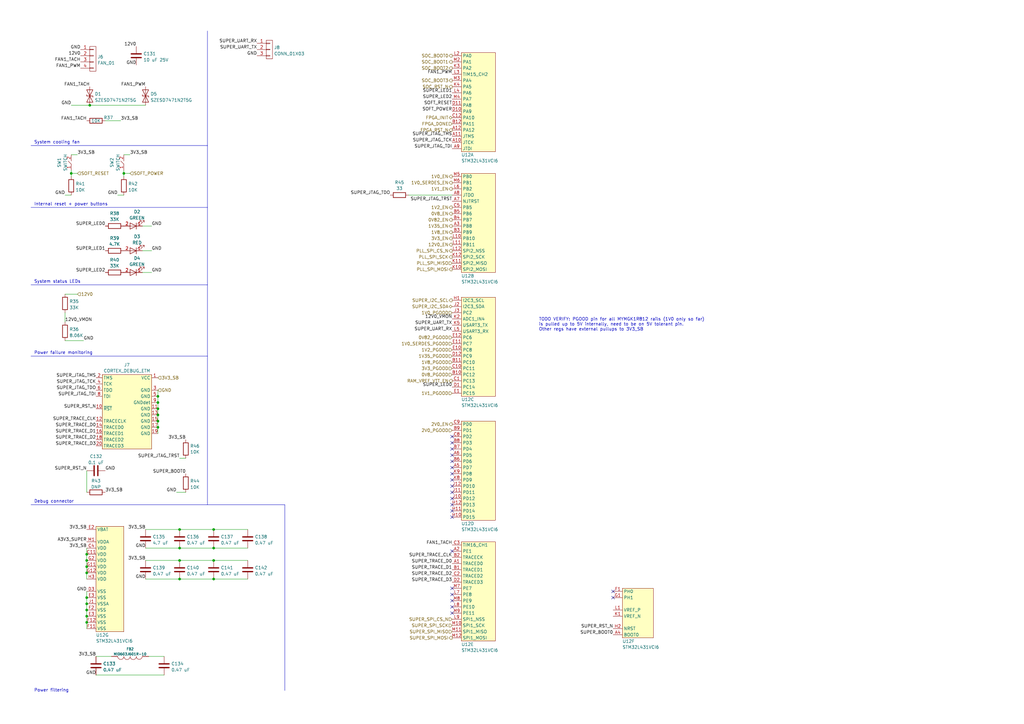
<source format=kicad_sch>
(kicad_sch (version 20231120) (generator "eeschema") (generator_version "8.0")
  (paper "A3")
  (title_block (title "AYRTON Main Board") (date "2024-11-21") (rev "0.1") (company "Antikernel Labs") (comment 1 "Andrew D. Zonenberg") (comment 2 "Power / Reset Supervisor"))
  (lib_symbols
    (symbol "conn:CONN_01X03" (pin_names (offset 1.016) hide)
      (property "Reference" "J" (at 0 5.08 0))
      (property "Value" "CONN_01X03" (at 2.54 0 90))
      (symbol "CONN_01X03_0_1"
        (rectangle (start -1.27 -2.413) (end 0.254 -2.667))
        (rectangle (start -1.27 0.127) (end 0.254 -0.127))
        (rectangle (start -1.27 2.667) (end 0.254 2.413))
        (rectangle (start -1.27 3.81) (end 1.27 -3.81))
      )
      (symbol "CONN_01X03_1_1"
        (pin passive line (at -5.08 2.54 0) (length 3.81) (name "P1") (number "1"))
        (pin passive line (at -5.08 0 0) (length 3.81) (name "P2") (number "2"))
        (pin passive line (at -5.08 -2.54 0) (length 3.81) (name "P3") (number "3"))
      )
    )
    (symbol "conn:CONN_01X04" (pin_names (offset 1.016) hide)
      (property "Reference" "J" (at 0 6.35 0))
      (property "Value" "CONN_01X04" (at 2.54 0 90))
      (symbol "CONN_01X04_0_1"
        (rectangle (start -1.27 -3.683) (end 0.254 -3.937))
        (rectangle (start -1.27 -1.143) (end 0.254 -1.397))
        (rectangle (start -1.27 1.397) (end 0.254 1.143))
        (rectangle (start -1.27 3.937) (end 0.254 3.683))
        (rectangle (start -1.27 5.08) (end 1.27 -5.08))
      )
      (symbol "CONN_01X04_1_1"
        (pin passive line (at -5.08 3.81 0) (length 3.81) (name "P1") (number "1"))
        (pin passive line (at -5.08 1.27 0) (length 3.81) (name "P2") (number "2"))
        (pin passive line (at -5.08 -1.27 0) (length 3.81) (name "P3") (number "3"))
        (pin passive line (at -5.08 -3.81 0) (length 3.81) (name "P4") (number "4"))
      )
    )
    (symbol "device:C" (pin_numbers hide) (pin_names (offset 0.254))
      (property "Reference" "C" (at 0.635 2.54 0))
      (property "Value" "C" (at 0.635 -2.54 0))
      (symbol "C_0_1"
        (polyline (pts (xy -2.032 -0.762) (xy 2.032 -0.762)) (stroke (width 0.508)))
        (polyline (pts (xy -2.032 0.762) (xy 2.032 0.762)) (stroke (width 0.508)))
      )
      (symbol "C_1_1"
        (pin passive line (at 0 3.81 270) (length 2.794) (name "~") (number "1"))
        (pin passive line (at 0 -3.81 90) (length 2.794) (name "~") (number "2"))
      )
    )
    (symbol "device:D_TVS" (pin_numbers hide) (pin_names (offset 1.016) hide)
      (property "Reference" "D" (at 0 2.54 0))
      (property "Value" "D_TVS" (at 0 -2.54 0))
      (symbol "D_TVS_0_1"
        (polyline (pts (xy 1.27 0) (xy -1.27 0)))
        (polyline (pts (xy -2.54 -1.27) (xy 0 0) (xy -2.54 1.27) (xy -2.54 -1.27)) (stroke (width 0.2032)))
        (polyline (pts (xy 0.508 1.27) (xy 0 1.27) (xy 0 -1.27) (xy -0.508 -1.27)) (stroke (width 0.2032)))
        (polyline (pts (xy 2.54 1.27) (xy 2.54 -1.27) (xy 0 0) (xy 2.54 1.27)) (stroke (width 0.2032)))
      )
      (symbol "D_TVS_1_1"
        (pin passive line (at -3.81 0 0) (length 2.54) (name "A1") (number "1"))
        (pin passive line (at 3.81 0 180) (length 2.54) (name "A2") (number "2"))
      )
    )
    (symbol "device:LED" (pin_names (offset 1.016) hide)
      (property "Reference" "D" (at 0 2.54 0))
      (property "Value" "LED" (at 0 -2.54 0))
      (symbol "LED_0_1"
        (polyline (pts (xy -1.27 -1.27) (xy -1.27 1.27)) (stroke (width 0.2032)))
        (polyline (pts (xy -1.27 0) (xy 1.27 0)))
        (polyline (pts (xy 1.27 -1.27) (xy 1.27 1.27) (xy -1.27 0) (xy 1.27 -1.27)) (stroke (width 0.2032)))
        (polyline (pts (xy -3.048 -0.762) (xy -4.572 -2.286) (xy -3.81 -2.286) (xy -4.572 -2.286) (xy -4.572 -1.524)))
        (polyline (pts (xy -1.778 -0.762) (xy -3.302 -2.286) (xy -2.54 -2.286) (xy -3.302 -2.286) (xy -3.302 -1.524)))
      )
      (symbol "LED_1_1"
        (pin passive line (at -3.81 0 0) (length 2.54) (name "K") (number "1"))
        (pin passive line (at 3.81 0 180) (length 2.54) (name "A") (number "2"))
      )
    )
    (symbol "device:R" (pin_numbers hide) (pin_names (offset 0))
      (property "Reference" "R" (at 2.032 0 90))
      (property "Value" "R" (at 0 0 90))
      (symbol "R_0_1"
        (rectangle (start -1.016 -2.54) (end 1.016 2.54) (stroke (width 0.254)))
      )
      (symbol "R_1_1"
        (pin passive line (at 0 3.81 270) (length 1.27) (name "~") (number "1"))
        (pin passive line (at 0 -3.81 90) (length 1.27) (name "~") (number "2"))
      )
    )
    (symbol "passive-azonenberg:INDUCTOR_PWROUT" (pin_numbers hide) (pin_names (offset 1.016) hide)
      (property "Reference" "L" (at -1.27 0 90))
      (property "Value" "INDUCTOR_PWROUT" (at 2.54 0 90))
      (symbol "INDUCTOR_PWROUT_0_1"
        (arc (start 0.0254 -5.0546) (mid 1.245 -3.7973) (end 0.0254 -2.54))
        (arc (start 0.0254 -2.5146) (mid 1.2704 -1.2319) (end 0.0254 0.0508))
        (arc (start 0.0254 0.0254) (mid 1.2704 1.3081) (end 0.0254 2.5908))
        (arc (start 0.0254 2.5654) (mid 1.1942 3.7719) (end 0.0254 4.9784))
      )
      (symbol "INDUCTOR_PWROUT_1_1"
        (pin power_out line (at 0 7.62 270) (length 2.54) (name "1") (number "1"))
        (pin passive line (at 0 -7.62 90) (length 2.54) (name "2") (number "2"))
      )
    )
    (symbol "passive-azonenberg:SWITCH"
      (property "Reference" "SW" (at 0 -1.27 0))
      (property "Value" "SWITCH" (at 0 -3.81 0))
      (symbol "SWITCH_0_1"
        (polyline (pts (xy 0 0) (xy 1.27 1.27)) (stroke (width 0.1524)))
      )
      (symbol "SWITCH_1_1"
        (pin passive line (at -2.54 0 0) (length 2.54) (name "") (number "1"))
        (pin passive line (at 3.81 0 180) (length 2.54) (name "") (number "2"))
      )
    )
    (symbol "special-azonenberg:CORTEX_DEBUG_ETM"
      (property "Reference" "J" (at 0 -2.286 0))
      (property "Value" "CORTEX_DEBUG_ETM" (at -0.508 -4.826 0))
      (symbol "CORTEX_DEBUG_ETM_1_1"
        (rectangle (start 0 30.48) (end 20.32 0) (fill (type background)))
        (pin power_in line (at 22.86 29.21 180) (length 2.54) (name "VCC") (number "1"))
        (pin output line (at -2.54 16.51 0) (length 2.54) (name "~{RST}") (number "10"))
        (pin power_in line (at 22.86 16.51 180) (length 2.54) (name "GND") (number "11"))
        (pin input line (at -2.54 11.43 0) (length 2.54) (name "TRACECLK") (number "12"))
        (pin power_in line (at 22.86 13.97 180) (length 2.54) (name "GND") (number "13"))
        (pin input line (at -2.54 8.89 0) (length 2.54) (name "TRACED0") (number "14"))
        (pin power_in line (at 22.86 11.43 180) (length 2.54) (name "GND") (number "15"))
        (pin input line (at -2.54 6.35 0) (length 2.54) (name "TRACED1") (number "16"))
        (pin power_in line (at 22.86 8.89 180) (length 2.54) (name "GND") (number "17"))
        (pin input line (at -2.54 3.81 0) (length 2.54) (name "TRACED2") (number "18"))
        (pin power_in line (at 22.86 6.35 180) (length 2.54) (name "GND") (number "19"))
        (pin output line (at -2.54 29.21 0) (length 2.54) (name "TMS") (number "2"))
        (pin input line (at -2.54 1.27 0) (length 2.54) (name "TRACED3") (number "20"))
        (pin power_in line (at 22.86 24.13 180) (length 2.54) (name "GND") (number "3"))
        (pin output line (at -2.54 26.67 0) (length 2.54) (name "TCK") (number "4"))
        (pin power_in line (at 22.86 21.59 180) (length 2.54) (name "GND") (number "5"))
        (pin input line (at -2.54 24.13 0) (length 2.54) (name "TDO") (number "6"))
        (pin output line (at -2.54 21.59 0) (length 2.54) (name "TDI") (number "8"))
        (pin power_in line (at 22.86 19.05 180) (length 2.54) (name "GNDdet") (number "9"))
      )
    )
    (symbol "st-azonenberg:STM32L431VxIx"
      (property "Reference" "U" (at 0 -1.27 0))
      (property "Value" "STM32L431VxIx" (at 0 -3.81 0))
      (symbol "STM32L431VxIx_1_1"
        (rectangle (start 0 40.64) (end 13.97 0) (stroke (width 0.1524)) (fill (type background)))
        (pin bidirectional line (at -3.81 3.81 0) (length 3.81) (name "PA14") (number "A10") (alternate "JTCK" input line))
        (pin bidirectional line (at -3.81 6.35 0) (length 3.81) (name "PA13") (number "A11") (alternate "JTMS" input line))
        (pin bidirectional line (at -3.81 8.89 0) (length 3.81) (name "PA12") (number "A12") (alternate "SPI1_MOSI" bidirectional line))
        (pin bidirectional line (at -3.81 1.27 0) (length 3.81) (name "PA15") (number "A9") (alternate "JTDI" input line) (alternate "SPI1_NSS" bidirectional line))
        (pin bidirectional line (at -3.81 11.43 0) (length 3.81) (name "PA11") (number "B12") (alternate "SPI1_MISO" bidirectional line))
        (pin bidirectional line (at -3.81 13.97 0) (length 3.81) (name "PA10") (number "C12"))
        (pin bidirectional line (at -3.81 16.51 0) (length 3.81) (name "PA9") (number "D10"))
        (pin bidirectional line (at -3.81 19.05 0) (length 3.81) (name "PA8") (number "D11"))
        (pin bidirectional line (at -3.81 34.29 0) (length 3.81) (name "PA2") (number "K3"))
        (pin bidirectional line (at -3.81 26.67 0) (length 3.81) (name "PA5") (number "K4") (alternate "SPI1_SCK" bidirectional line))
        (pin bidirectional line (at -3.81 39.37 0) (length 3.81) (name "PA0") (number "L2"))
        (pin bidirectional line (at -3.81 31.75 0) (length 3.81) (name "PA3") (number "L3") (alternate "TIM15_CH2" bidirectional line))
        (pin bidirectional line (at -3.81 24.13 0) (length 3.81) (name "PA6") (number "L4") (alternate "SPI1_MISO" bidirectional line) (alternate "TIM16_CH1" bidirectional line))
        (pin bidirectional line (at -3.81 36.83 0) (length 3.81) (name "PA1") (number "M2") (alternate "SPI1_SCK" bidirectional line))
        (pin bidirectional line (at -3.81 29.21 0) (length 3.81) (name "PA4") (number "M3") (alternate "SPI1_NSS" bidirectional line))
        (pin bidirectional line (at -3.81 21.59 0) (length 3.81) (name "PA7") (number "M4") (alternate "I2C3_SCL" bidirectional line) (alternate "SPI1_MOSI" bidirectional line))
      )
      (symbol "STM32L431VxIx_2_1"
        (rectangle (start 0 40.64) (end 13.97 0) (stroke (width 0.1524)) (fill (type background)))
        (pin bidirectional line (at -3.81 19.05 0) (length 3.81) (name "PB8") (number "A3") (alternate "TIM16_CH1" bidirectional line))
        (pin bidirectional line (at -3.81 29.21 0) (length 3.81) (name "PB4") (number "A7") (alternate "I2C3_SDA" bidirectional line) (alternate "NJTRST" input line) (alternate "SPI1_MISO" bidirectional line))
        (pin bidirectional line (at -3.81 31.75 0) (length 3.81) (name "PB3") (number "A8") (alternate "JTDO" output line) (alternate "SPI1_SCK" bidirectional line))
        (pin bidirectional line (at -3.81 16.51 0) (length 3.81) (name "PB9") (number "B3") (alternate "SPI2_NSS" bidirectional line))
        (pin bidirectional line (at -3.81 21.59 0) (length 3.81) (name "PB7") (number "B4"))
        (pin bidirectional line (at -3.81 24.13 0) (length 3.81) (name "PB6") (number "B5"))
        (pin bidirectional line (at -3.81 26.67 0) (length 3.81) (name "PB5") (number "C5") (alternate "SPI1_MOSI" bidirectional line))
        (pin bidirectional line (at -3.81 1.27 0) (length 3.81) (name "PB15") (number "K10") (alternate "SPI2_MOSI" bidirectional line) (alternate "TIM15_CH2" bidirectional line))
        (pin bidirectional line (at -3.81 3.81 0) (length 3.81) (name "PB14") (number "K11") (alternate "SPI2_MISO" bidirectional line))
        (pin bidirectional line (at -3.81 6.35 0) (length 3.81) (name "PB13") (number "K12") (alternate "SPI2_SCK" bidirectional line))
        (pin bidirectional line (at -3.81 13.97 0) (length 3.81) (name "PB10") (number "L10") (alternate "SPI2_SCK" bidirectional line) (alternate "USART3_TX" output line))
        (pin bidirectional line (at -3.81 11.43 0) (length 3.81) (name "PB11") (number "L11") (alternate "USART3_RX" input line))
        (pin bidirectional line (at -3.81 8.89 0) (length 3.81) (name "PB12") (number "L12") (alternate "SPI2_NSS" bidirectional line))
        (pin bidirectional line (at -3.81 34.29 0) (length 3.81) (name "PB2") (number "L6"))
        (pin bidirectional line (at -3.81 39.37 0) (length 3.81) (name "PB0") (number "M5") (alternate "SPI1_NSS" bidirectional line))
        (pin bidirectional line (at -3.81 36.83 0) (length 3.81) (name "PB1") (number "M6"))
      )
      (symbol "STM32L431VxIx_3_1"
        (rectangle (start 0 40.64) (end 13.97 0) (stroke (width 0.1524)) (fill (type background)))
        (pin bidirectional line (at -3.81 8.89 0) (length 3.81) (name "PC12") (number "B10"))
        (pin bidirectional line (at -3.81 13.97 0) (length 3.81) (name "PC10") (number "B11") (alternate "USART3_TX" output line))
        (pin bidirectional line (at -3.81 6.35 0) (length 3.81) (name "PC13") (number "C1"))
        (pin bidirectional line (at -3.81 11.43 0) (length 3.81) (name "PC11") (number "C10") (alternate "USART3_RX" input line))
        (pin bidirectional line (at -3.81 3.81 0) (length 3.81) (name "PC14") (number "D1"))
        (pin bidirectional line (at -3.81 16.51 0) (length 3.81) (name "PC9") (number "D12"))
        (pin bidirectional line (at -3.81 1.27 0) (length 3.81) (name "PC15") (number "E1"))
        (pin bidirectional line (at -3.81 19.05 0) (length 3.81) (name "PC8") (number "E10"))
        (pin bidirectional line (at -3.81 21.59 0) (length 3.81) (name "PC7") (number "E11"))
        (pin bidirectional line (at -3.81 24.13 0) (length 3.81) (name "PC6") (number "E12"))
        (pin bidirectional line (at -3.81 39.37 0) (length 3.81) (name "PC0") (number "H1") (alternate "I2C3_SCL" bidirectional line))
        (pin bidirectional line (at -3.81 36.83 0) (length 3.81) (name "PC1") (number "J2") (alternate "I2C3_SDA" bidirectional line))
        (pin bidirectional line (at -3.81 34.29 0) (length 3.81) (name "PC2") (number "J3") (alternate "SPI2_MISO" bidirectional line))
        (pin bidirectional line (at -3.81 31.75 0) (length 3.81) (name "PC3") (number "K2") (alternate "ADC1_IN4" input line) (alternate "SPI2_MOSI" bidirectional line))
        (pin bidirectional line (at -3.81 29.21 0) (length 3.81) (name "PC4") (number "K5") (alternate "USART3_TX" output line))
        (pin bidirectional line (at -3.81 26.67 0) (length 3.81) (name "PC5") (number "L5") (alternate "USART3_RX" input line))
      )
      (symbol "STM32L431VxIx_4_1"
        (rectangle (start 0 40.64) (end 13.97 0) (stroke (width 0.1524)) (fill (type background)))
        (pin bidirectional line (at -3.81 21.59 0) (length 3.81) (name "PD7") (number "A5"))
        (pin bidirectional line (at -3.81 26.67 0) (length 3.81) (name "PD5") (number "A6"))
        (pin bidirectional line (at -3.81 24.13 0) (length 3.81) (name "PD6") (number "B6"))
        (pin bidirectional line (at -3.81 29.21 0) (length 3.81) (name "PD4") (number "B7") (alternate "SPI2_MOSI" bidirectional line))
        (pin bidirectional line (at -3.81 31.75 0) (length 3.81) (name "PD3") (number "B8") (alternate "SPI2_MISO" bidirectional line))
        (pin bidirectional line (at -3.81 36.83 0) (length 3.81) (name "PD1") (number "B9") (alternate "SPI2_SCK" bidirectional line))
        (pin bidirectional line (at -3.81 34.29 0) (length 3.81) (name "PD2") (number "C8"))
        (pin bidirectional line (at -3.81 39.37 0) (length 3.81) (name "PD0") (number "C9") (alternate "SPI2_NSS" bidirectional line))
        (pin bidirectional line (at -3.81 1.27 0) (length 3.81) (name "PD15") (number "H10"))
        (pin bidirectional line (at -3.81 3.81 0) (length 3.81) (name "PD14") (number "H11"))
        (pin bidirectional line (at -3.81 6.35 0) (length 3.81) (name "PD13") (number "H12"))
        (pin bidirectional line (at -3.81 8.89 0) (length 3.81) (name "PD12") (number "J10"))
        (pin bidirectional line (at -3.81 11.43 0) (length 3.81) (name "PD11") (number "J11"))
        (pin bidirectional line (at -3.81 13.97 0) (length 3.81) (name "PD10") (number "J12"))
        (pin bidirectional line (at -3.81 16.51 0) (length 3.81) (name "PD9") (number "K8") (alternate "USART3_RX" input line))
        (pin bidirectional line (at -3.81 19.05 0) (length 3.81) (name "PD8") (number "K9") (alternate "USART3_TX" output line))
      )
      (symbol "STM32L431VxIx_5_1"
        (rectangle (start 0 40.64) (end 13.97 0) (stroke (width 0.1524)) (fill (type background)))
        (pin bidirectional line (at -3.81 31.75 0) (length 3.81) (name "PE3") (number "A1") (alternate "TRACED0" bidirectional line))
        (pin bidirectional line (at -3.81 36.83 0) (length 3.81) (name "PE1") (number "A2"))
        (pin bidirectional line (at -3.81 29.21 0) (length 3.81) (name "PE4") (number "B1") (alternate "TRACED1" bidirectional line))
        (pin bidirectional line (at -3.81 34.29 0) (length 3.81) (name "PE2") (number "B2") (alternate "TRACECK" input line))
        (pin bidirectional line (at -3.81 26.67 0) (length 3.81) (name "PE5") (number "C2") (alternate "TRACED2" bidirectional line))
        (pin bidirectional line (at -3.81 39.37 0) (length 3.81) (name "PE0") (number "C3") (alternate "TIM16_CH1" bidirectional line))
        (pin bidirectional line (at -3.81 24.13 0) (length 3.81) (name "PE6") (number "D2") (alternate "TRACED3" bidirectional line))
        (pin bidirectional line (at -3.81 19.05 0) (length 3.81) (name "PE8") (number "L7"))
        (pin bidirectional line (at -3.81 13.97 0) (length 3.81) (name "PE10") (number "L8"))
        (pin bidirectional line (at -3.81 8.89 0) (length 3.81) (name "PE12") (number "L9") (alternate "SPI1_NSS" bidirectional line))
        (pin bidirectional line (at -3.81 6.35 0) (length 3.81) (name "PE13") (number "M10") (alternate "SPI1_SCK" bidirectional line))
        (pin bidirectional line (at -3.81 3.81 0) (length 3.81) (name "PE14") (number "M11") (alternate "SPI1_MISO" bidirectional line))
        (pin bidirectional line (at -3.81 1.27 0) (length 3.81) (name "PE15") (number "M12") (alternate "SPI1_MOSI" bidirectional line))
        (pin bidirectional line (at -3.81 21.59 0) (length 3.81) (name "PE7") (number "M7"))
        (pin bidirectional line (at -3.81 16.51 0) (length 3.81) (name "PE9") (number "M8"))
        (pin bidirectional line (at -3.81 11.43 0) (length 3.81) (name "PE11") (number "M9"))
      )
      (symbol "STM32L431VxIx_6_1"
        (rectangle (start 0 20.32) (end 12.7 0) (stroke (width 0.1524)) (fill (type background)))
        (pin input line (at -3.81 1.27 0) (length 3.81) (name "BOOT0") (number "A4"))
        (pin bidirectional line (at -3.81 19.05 0) (length 3.81) (name "PH0") (number "F1"))
        (pin bidirectional line (at -3.81 16.51 0) (length 3.81) (name "PH1") (number "G1"))
        (pin input line (at -3.81 3.81 0) (length 3.81) (name "NRST") (number "H2"))
        (pin input line (at -3.81 8.89 0) (length 3.81) (name "VREF_N") (number "K1"))
        (pin input line (at -3.81 11.43 0) (length 3.81) (name "VREF_P") (number "L1"))
      )
      (symbol "STM32L431VxIx_7_1"
        (rectangle (start 0 43.18) (end 11.43 0) (stroke (width 0.1524)) (fill (type background)))
        (pin power_in line (at -3.81 31.75 0) (length 3.81) (name "VDD") (number "C11"))
        (pin power_in line (at -3.81 34.29 0) (length 3.81) (name "VDD") (number "C4"))
        (pin power_in line (at -3.81 16.51 0) (length 3.81) (name "VSS") (number "D3"))
        (pin power_in line (at -3.81 41.91 0) (length 3.81) (name "VBAT") (number "E2"))
        (pin power_in line (at -3.81 6.35 0) (length 3.81) (name "VSS") (number "E3"))
        (pin power_in line (at -3.81 13.97 0) (length 3.81) (name "VSS") (number "E3"))
        (pin power_in line (at -3.81 1.27 0) (length 3.81) (name "VSS") (number "F11"))
        (pin power_in line (at -3.81 3.81 0) (length 3.81) (name "VSS") (number "F12"))
        (pin power_in line (at -3.81 8.89 0) (length 3.81) (name "VSS") (number "F2"))
        (pin power_in line (at -3.81 26.67 0) (length 3.81) (name "VDD") (number "G11"))
        (pin power_in line (at -3.81 24.13 0) (length 3.81) (name "VDD") (number "G12"))
        (pin power_in line (at -3.81 29.21 0) (length 3.81) (name "VDD") (number "G2"))
        (pin power_in line (at -3.81 21.59 0) (length 3.81) (name "VDD") (number "H3"))
        (pin power_in line (at -3.81 11.43 0) (length 3.81) (name "VSSA") (number "J1"))
        (pin power_in line (at -3.81 36.83 0) (length 3.81) (name "VDDA") (number "M1"))
      )
    )
  )
  (junction (at 35.56 232.41))
  (junction (at 35.56 247.65))
  (junction (at 64.77 175.26))
  (junction (at 64.77 162.56))
  (junction (at 73.66 217.17))
  (junction (at 35.56 234.95))
  (junction (at 87.63 217.17))
  (junction (at 50.8 71.12))
  (junction (at 87.63 229.87))
  (junction (at 73.66 237.49))
  (junction (at 73.66 224.79))
  (junction (at 64.77 170.18))
  (junction (at 64.77 165.1))
  (junction (at 64.77 172.72))
  (junction (at 64.77 167.64))
  (junction (at 35.56 245.11))
  (junction (at 35.56 227.33))
  (junction (at 73.66 229.87))
  (junction (at 87.63 237.49))
  (junction (at 35.56 229.87))
  (junction (at 35.56 252.73))
  (junction (at 87.63 224.79))
  (junction (at 36.83 43.18))
  (junction (at 35.56 255.27))
  (junction (at 29.21 71.12))
  (junction (at 35.56 250.19))
  (no_connect (at 185.42 181.61))
  (no_connect (at 185.42 246.38))
  (no_connect (at 185.42 251.46))
  (no_connect (at 185.42 243.84))
  (no_connect (at 251.46 245.11))
  (no_connect (at 185.42 179.07))
  (no_connect (at 185.42 248.92))
  (no_connect (at 185.42 196.85))
  (no_connect (at 185.42 201.93))
  (no_connect (at 185.42 241.3))
  (no_connect (at 185.42 194.31))
  (no_connect (at 185.42 199.39))
  (no_connect (at 251.46 242.57))
  (no_connect (at 185.42 226.06))
  (no_connect (at 185.42 212.09))
  (no_connect (at 185.42 207.01))
  (no_connect (at 185.42 204.47))
  (no_connect (at 185.42 186.69))
  (no_connect (at 185.42 191.77))
  (no_connect (at 185.42 189.23))
  (no_connect (at 185.42 209.55))
  (no_connect (at 185.42 184.15))
  (wire (pts (xy 59.69 217.17) (xy 73.66 217.17)))
  (wire (pts (xy 73.66 187.96) (xy 76.2 187.96)))
  (wire (pts (xy 64.77 165.1) (xy 64.77 167.64)))
  (wire (pts (xy 50.8 71.12) (xy 53.34 71.12)))
  (polyline (pts (xy 85.09 85.09) (xy 85.09 116.84)))
  (polyline (pts (xy 12.7 116.84) (xy 85.09 116.84)))
  (polyline (pts (xy 85.09 116.84) (xy 85.09 146.05)))
  (wire (pts (xy 36.83 43.18) (xy 59.69 43.18)))
  (wire (pts (xy 73.66 229.87) (xy 87.63 229.87)))
  (wire (pts (xy 73.66 237.49) (xy 87.63 237.49)))
  (wire (pts (xy 35.56 250.19) (xy 35.56 252.73)))
  (wire (pts (xy 72.39 201.93) (xy 76.2 201.93)))
  (wire (pts (xy 35.56 224.79) (xy 35.56 227.33)))
  (wire (pts (xy 58.42 92.71) (xy 62.23 92.71)))
  (polyline (pts (xy 85.09 59.69) (xy 85.09 85.09)))
  (polyline (pts (xy 116.84 207.01) (xy 116.84 283.21)))
  (wire (pts (xy 26.67 80.01) (xy 29.21 80.01)))
  (wire (pts (xy 43.18 49.53) (xy 49.53 49.53)))
  (wire (pts (xy 87.63 224.79) (xy 101.6 224.79)))
  (wire (pts (xy 87.63 229.87) (xy 101.6 229.87)))
  (polyline (pts (xy 85.09 146.05) (xy 85.09 207.01)))
  (wire (pts (xy 58.42 102.87) (xy 62.23 102.87)))
  (wire (pts (xy 73.66 224.79) (xy 87.63 224.79)))
  (polyline (pts (xy 12.7 59.69) (xy 85.09 59.69)))
  (wire (pts (xy 29.21 43.18) (xy 36.83 43.18)))
  (wire (pts (xy 35.56 229.87) (xy 35.56 232.41)))
  (wire (pts (xy 35.56 255.27) (xy 35.56 257.81)))
  (polyline (pts (xy 85.09 12.7) (xy 85.09 59.69)))
  (wire (pts (xy 64.77 160.02) (xy 64.77 162.56)))
  (wire (pts (xy 50.8 63.5) (xy 53.34 63.5)))
  (wire (pts (xy 59.69 229.87) (xy 73.66 229.87)))
  (wire (pts (xy 60.96 269.24) (xy 67.31 269.24)))
  (wire (pts (xy 64.77 170.18) (xy 64.77 172.72)))
  (wire (pts (xy 87.63 217.17) (xy 101.6 217.17)))
  (wire (pts (xy 29.21 69.85) (xy 29.21 71.12)))
  (wire (pts (xy 26.67 128.27) (xy 26.67 132.08)))
  (wire (pts (xy 35.56 232.41) (xy 35.56 234.95)))
  (wire (pts (xy 29.21 71.12) (xy 31.75 71.12)))
  (polyline (pts (xy 12.7 146.05) (xy 85.09 146.05)))
  (wire (pts (xy 48.26 80.01) (xy 50.8 80.01)))
  (wire (pts (xy 26.67 139.7) (xy 34.29 139.7)))
  (wire (pts (xy 35.56 247.65) (xy 35.56 250.19)))
  (wire (pts (xy 59.69 224.79) (xy 73.66 224.79)))
  (wire (pts (xy 39.37 269.24) (xy 45.72 269.24)))
  (wire (pts (xy 50.8 69.85) (xy 50.8 71.12)))
  (wire (pts (xy 35.56 245.11) (xy 35.56 247.65)))
  (wire (pts (xy 50.8 71.12) (xy 50.8 72.39)))
  (wire (pts (xy 87.63 237.49) (xy 101.6 237.49)))
  (wire (pts (xy 35.56 252.73) (xy 35.56 255.27)))
  (wire (pts (xy 35.56 227.33) (xy 35.56 229.87)))
  (wire (pts (xy 64.77 172.72) (xy 64.77 175.26)))
  (wire (pts (xy 58.42 111.76) (xy 62.23 111.76)))
  (wire (pts (xy 167.64 80.01) (xy 185.42 80.01)))
  (wire (pts (xy 35.56 242.57) (xy 35.56 245.11)))
  (polyline (pts (xy 12.7 85.09) (xy 85.09 85.09)))
  (wire (pts (xy 39.37 276.86) (xy 67.31 276.86)))
  (wire (pts (xy 64.77 175.26) (xy 64.77 177.8)))
  (polyline (pts (xy 85.09 207.01) (xy 116.84 207.01)))
  (wire (pts (xy 59.69 237.49) (xy 73.66 237.49)))
  (wire (pts (xy 64.77 162.56) (xy 64.77 165.1)))
  (wire (pts (xy 64.77 167.64) (xy 64.77 170.18)))
  (wire (pts (xy 26.67 120.65) (xy 31.75 120.65)))
  (wire (pts (xy 35.56 193.04) (xy 35.56 201.93)))
  (wire (pts (xy 73.66 217.17) (xy 87.63 217.17)))
  (wire (pts (xy 29.21 71.12) (xy 29.21 72.39)))
  (polyline (pts (xy 12.7 207.01) (xy 85.09 207.01)))
  (wire (pts (xy 29.21 63.5) (xy 31.75 63.5)))
  (wire (pts (xy 35.56 234.95) (xy 35.56 237.49)))
  (text "TODO VERIFY: PGOOD pin for all MYMGK1R812 rails (1V0 only so far)\nis pulled up to 5V internally, need to be on 5V tolerant pin.\nOther regs have external pullups to 3V3_SB" (at 220.98 135.89 0) (effects (font (size 1.27 1.27)) (justify left bottom)))
  (text "System status LEDs" (at 13.97 115.57 0) (effects (font (size 1.27 1.27)) (justify left)))
  (text "Power filtering" (at 13.97 283.21 0) (effects (font (size 1.27 1.27)) (justify left)))
  (text "Power failure monitoring" (at 13.97 144.78 0) (effects (font (size 1.27 1.27)) (justify left)))
  (text "Debug connector" (at 13.97 205.74 0) (effects (font (size 1.27 1.27)) (justify left)))
  (text "System cooling fan" (at 13.97 58.42 0) (effects (font (size 1.27 1.27)) (justify left)))
  (text "Internal reset + power buttons" (at 13.97 83.82 0) (effects (font (size 1.27 1.27)) (justify left)))
  (label "FAN1_TACH" (at 36.83 35.56 180))
  (label "SUPER_LED1" (at 43.18 102.87 180))
  (label "GND" (at 105.41 22.86 180))
  (label "GND" (at 62.23 111.76 0))
  (label "FAN1_TACH" (at 33.02 25.4 180))
  (label "SUPER_JTAG_TCK" (at 39.37 157.48 180))
  (label "SOFT_RESET" (at 185.42 43.18 180))
  (label "GND" (at 39.37 276.86 180))
  (label "SUPER_TRACE_CLK" (at 39.37 172.72 180))
  (label "GND" (at 43.18 193.04 0))
  (label "SUPER_RST_N" (at 39.37 167.64 180))
  (label "SUPER_TRACE_CLK" (at 185.42 228.6 180))
  (label "SUPER_JTAG_TDI" (at 185.42 60.96 180))
  (label "3V3_SB" (at 35.56 224.79 180))
  (label "SUPER_JTAG_TDO" (at 160.02 80.01 180))
  (label "FAN1_PWM" (at 185.42 30.48 180))
  (label "SUPER_JTAG_TRST" (at 185.42 82.55 180))
  (label "SUPER_BOOT0" (at 76.2 194.31 180))
  (label "12V0" (at 33.02 22.86 180))
  (label "SUPER_UART_RX" (at 105.41 17.78 180))
  (label "GND" (at 59.69 237.49 180))
  (label "FAN1_PWM" (at 59.69 35.56 180))
  (label "SUPER_TRACE_D0" (at 185.42 231.14 180))
  (label "SUPER_LED0" (at 43.18 92.71 180))
  (label "GND" (at 55.88 26.67 180))
  (label "GND" (at 62.23 92.71 0))
  (label "SUPER_JTAG_TMS" (at 185.42 55.88 180))
  (label "3V3_SB" (at 59.69 229.87 180))
  (label "GND" (at 34.29 139.7 0))
  (label "SOFT_POWER" (at 185.42 45.72 180))
  (label "3V3_SB" (at 39.37 269.24 180))
  (label "SUPER_TRACE_D2" (at 39.37 180.34 180))
  (label "3V3_SB" (at 49.53 49.53 0))
  (label "GND" (at 48.26 80.01 180))
  (label "FAN1_PWM" (at 33.02 27.94 180))
  (label "3V3_SB" (at 35.56 217.17 180))
  (label "SUPER_TRACE_D0" (at 39.37 175.26 180))
  (label "SUPER_TRACE_D2" (at 185.42 236.22 180))
  (label "SUPER_LED2" (at 185.42 40.64 180))
  (label "SUPER_TRACE_D1" (at 185.42 233.68 180))
  (label "3V3_SB" (at 31.75 63.5 0))
  (label "GND" (at 29.21 43.18 180))
  (label "GND" (at 72.39 201.93 180))
  (label "GND" (at 33.02 20.32 180))
  (label "SUPER_TRACE_D3" (at 185.42 238.76 180))
  (label "SUPER_JTAG_TRST" (at 73.66 187.96 180))
  (label "GND" (at 26.67 80.01 180))
  (label "A3V3_SUPER" (at 35.56 222.25 180))
  (label "SUPER_UART_TX" (at 105.41 20.32 180))
  (label "SUPER_RST_N" (at 35.56 193.04 180))
  (label "SUPER_RST_N" (at 251.46 257.81 180))
  (label "SUPER_LED1" (at 185.42 38.1 180))
  (label "SUPER_UART_RX" (at 185.42 135.89 180))
  (label "SUPER_LED0" (at 185.42 158.75 180))
  (label "SUPER_TRACE_D3" (at 39.37 182.88 180))
  (label "SUPER_JTAG_TMS" (at 39.37 154.94 180))
  (label "FAN1_TACH" (at 185.42 223.52 180))
  (label "SUPER_JTAG_TCK" (at 185.42 58.42 180))
  (label "SUPER_JTAG_TDO" (at 39.37 160.02 180))
  (label "12V0_VMON" (at 185.42 130.81 180))
  (label "SUPER_JTAG_TDI" (at 39.37 162.56 180))
  (label "GND" (at 35.56 242.57 180))
  (label "SUPER_BOOT0" (at 251.46 260.35 180))
  (label "3V3_SB" (at 76.2 180.34 180))
  (label "3V3_SB" (at 53.34 63.5 0))
  (label "12V0" (at 55.88 19.05 180))
  (label "GND" (at 59.69 224.79 180))
  (label "3V3_SB" (at 59.69 217.17 180))
  (label "SUPER_TRACE_D1" (at 39.37 177.8 180))
  (label "FAN1_TACH" (at 35.56 49.53 180))
  (label "GND" (at 62.23 102.87 0))
  (label "SUPER_LED2" (at 43.18 111.76 180))
  (label "SUPER_UART_TX" (at 185.42 133.35 180))
  (label "12V0_VMON" (at 26.67 132.08 0))
  (label "3V3_SB" (at 43.18 201.93 0))
  (hierarchical_label "PLL_SPI_CS_N" (shape output) (at 185.42 102.87 180))
  (hierarchical_label "FPGA_RST_N" (shape output) (at 185.42 53.34 180))
  (hierarchical_label "0V82_PGOOD" (shape input) (at 185.42 138.43 180))
  (hierarchical_label "1V1_EN" (shape output) (at 185.42 77.47 180))
  (hierarchical_label "1V8_PGOOD" (shape input) (at 185.42 148.59 180))
  (hierarchical_label "PLL_SPI_MISO" (shape input) (at 185.42 107.95 180))
  (hierarchical_label "GND" (shape input) (at 64.77 160.02 0))
  (hierarchical_label "SOC_BOOT0" (shape output) (at 185.42 22.86 180))
  (hierarchical_label "1V0_SERDES_PGOOD" (shape input) (at 185.42 140.97 180))
  (hierarchical_label "FPGA_DONE" (shape input) (at 185.42 50.8 180))
  (hierarchical_label "2V0_EN" (shape output) (at 185.42 173.99 180))
  (hierarchical_label "0V8_EN" (shape output) (at 185.42 87.63 180))
  (hierarchical_label "SOC_RST_N" (shape output) (at 185.42 35.56 180))
  (hierarchical_label "SOFT_RESET" (shape input) (at 31.75 71.12 0))
  (hierarchical_label "2V0_PGOOD" (shape input) (at 185.42 176.53 180))
  (hierarchical_label "SUPER_SPI_SCK" (shape input) (at 185.42 256.54 180))
  (hierarchical_label "1V2_EN" (shape output) (at 185.42 85.09 180))
  (hierarchical_label "SUPER_I2C_SCL" (shape output) (at 185.42 123.19 180))
  (hierarchical_label "1V1_PGOOD" (shape input) (at 185.42 161.29 180))
  (hierarchical_label "3V3_SB" (shape input) (at 64.77 154.94 0))
  (hierarchical_label "0V8_PGOOD" (shape input) (at 185.42 153.67 180))
  (hierarchical_label "SOC_BOOT3" (shape output) (at 185.42 33.02 180))
  (hierarchical_label "SOC_BOOT1" (shape output) (at 185.42 25.4 180))
  (hierarchical_label "FPGA_INIT" (shape bidirectional) (at 185.42 48.26 180))
  (hierarchical_label "12V0_EN" (shape output) (at 185.42 100.33 180))
  (hierarchical_label "3V3_PGOOD" (shape input) (at 185.42 151.13 180))
  (hierarchical_label "PLL_SPI_MOSI" (shape output) (at 185.42 110.49 180))
  (hierarchical_label "1V8_EN" (shape output) (at 185.42 95.25 180))
  (hierarchical_label "1V0_SERDES_EN" (shape output) (at 185.42 74.93 180))
  (hierarchical_label "1V0_PGOOD" (shape input) (at 185.42 128.27 180))
  (hierarchical_label "SUPER_SPI_MISO" (shape input) (at 185.42 259.08 180))
  (hierarchical_label "1V2_PGOOD" (shape input) (at 185.42 143.51 180))
  (hierarchical_label "SUPER_SPI_MOSI" (shape output) (at 185.42 261.62 180))
  (hierarchical_label "3V3_EN" (shape output) (at 185.42 97.79 180))
  (hierarchical_label "SOC_BOOT2" (shape output) (at 185.42 27.94 180))
  (hierarchical_label "1V35_EN" (shape output) (at 185.42 92.71 180))
  (hierarchical_label "SUPER_SPI_CS_N" (shape input) (at 185.42 254 180))
  (hierarchical_label "1V0_EN" (shape output) (at 185.42 72.39 180))
  (hierarchical_label "SUPER_I2C_SDA" (shape bidirectional) (at 185.42 125.73 180))
  (hierarchical_label "RAM_VREF_VTT_EN" (shape output) (at 185.42 156.21 180))
  (hierarchical_label "12V0" (shape input) (at 31.75 120.65 0))
  (hierarchical_label "0V82_EN" (shape output) (at 185.42 90.17 180))
  (hierarchical_label "1V35_PGOOD" (shape input) (at 185.42 146.05 180))
  (hierarchical_label "PLL_SPI_SCK" (shape output) (at 185.42 105.41 180))
  (hierarchical_label "SOFT_POWER" (shape input) (at 53.34 71.12 0))
  (symbol (lib_id "device:C") (at 67.31 273.05 0) (unit 1)
    (property "Reference" "C134" (at 70.231 272.2153 0) (effects (justify left)))
    (property "Value" "0.47 uF" (at 70.231 274.7522 0) (effects (justify left)))
    (property "Footprint" "azonenberg_pcb:EIA_0402_CAP_NOSILK" (effects (hide yes)))
  )
  (symbol (lib_id "device:D_TVS") (at 36.83 39.37 90) (unit 1)
    (property "Reference" "D1" (at 38.8366 38.5353 90) (effects (justify right)))
    (property "Value" "SZESD7471N2T5G" (at 38.8366 41.0722 90) (effects (justify right)))
    (property "Footprint" "azonenberg_pcb:SOD882" (effects (hide yes)))
    (property "Datasheet" "https://en.wikipedia.org/wiki/Transient-voltage-suppression_diode" (effects (hide yes)))
  )
  (symbol (lib_id "device:R") (at 76.2 184.15 0) (unit 1)
    (property "Reference" "R46" (at 77.978 182.9378 0) (effects (justify left)))
    (property "Value" "10K" (at 77.978 185.3621 0) (effects (justify left)))
    (property "Footprint" "azonenberg_pcb:EIA_0402_RES_NOSILK" (effects (hide yes)))
  )
  (symbol (lib_id "device:C") (at 87.63 220.98 0) (unit 1)
    (property "Reference" "C137" (at 90.551 220.1453 0) (effects (justify left)))
    (property "Value" "0.47 uF" (at 90.551 222.6822 0) (effects (justify left)))
    (property "Footprint" "azonenberg_pcb:EIA_0402_CAP_NOSILK" (effects (hide yes)))
  )
  (symbol (lib_id "device:R") (at 50.8 76.2 180) (unit 1)
    (property "Reference" "R42" (at 52.578 75.3653 0) (effects (justify right)))
    (property "Value" "10K" (at 52.578 77.9022 0) (effects (justify right)))
    (property "Footprint" "azonenberg_pcb:EIA_0402_RES_NOSILK" (effects (hide yes)))
  )
  (symbol (lib_id "device:R") (at 39.37 49.53 90) (unit 1)
    (property "Reference" "R37" (at 44.45 48.26 90))
    (property "Value" "10K" (at 39.37 49.53 90))
    (property "Footprint" "azonenberg_pcb:EIA_0402_RES_NOSILK" (effects (hide yes)))
  )
  (symbol (lib_name "st-azonenberg:STM32L431VxIx") (lib_id "st-azonenberg:STM32L431VxIx") (at 189.23 213.36 0) (unit 4)
    (property "Reference" "U12" (at 189.23 214.7457 0) (effects (justify left)))
    (property "Value" "STM32L431VCI6" (at 189.23 217.17 0) (effects (justify left)))
    (pin "A1" (alternate "TRACED0"))
    (pin "M12" (alternate "SPI1_MOSI"))
    (pin "B1" (alternate "TRACED1"))
    (pin "M11" (alternate "SPI1_MISO"))
    (pin "A7" (alternate "NJTRST"))
    (pin "L9" (alternate "SPI1_NSS"))
    (pin "C3" (alternate "TIM16_CH1"))
    (pin "C2" (alternate "TRACED2"))
    (pin "H1" (alternate "I2C3_SCL"))
    (pin "D2" (alternate "TRACED3"))
    (pin "L12" (alternate "SPI2_NSS"))
    (pin "K5" (alternate "USART3_TX"))
    (pin "K11" (alternate "SPI2_MISO"))
    (pin "K10" (alternate "SPI2_MOSI"))
    (pin "K12" (alternate "SPI2_SCK"))
    (pin "L3" (alternate "TIM15_CH2"))
    (pin "A11" (alternate "JTMS"))
    (pin "A8" (alternate "JTDO"))
    (pin "A9" (alternate "JTDI"))
    (pin "K2" (alternate "ADC1_IN4"))
    (pin "B2" (alternate "TRACECK"))
    (pin "J2" (alternate "I2C3_SDA"))
    (pin "A10" (alternate "JTCK"))
    (pin "M10" (alternate "SPI1_SCK"))
    (pin "L5" (alternate "USART3_RX"))
  )
  (symbol (lib_name "st-azonenberg:STM32L431VxIx") (lib_id "st-azonenberg:STM32L431VxIx") (at 189.23 111.76 0) (unit 2)
    (property "Reference" "U12" (at 189.23 113.1457 0) (effects (justify left)))
    (property "Value" "STM32L431VCI6" (at 189.23 115.57 0) (effects (justify left)))
    (pin "A1" (alternate "TRACED0"))
    (pin "M12" (alternate "SPI1_MOSI"))
    (pin "B1" (alternate "TRACED1"))
    (pin "M11" (alternate "SPI1_MISO"))
    (pin "A7" (alternate "NJTRST"))
    (pin "L9" (alternate "SPI1_NSS"))
    (pin "C3" (alternate "TIM16_CH1"))
    (pin "C2" (alternate "TRACED2"))
    (pin "H1" (alternate "I2C3_SCL"))
    (pin "D2" (alternate "TRACED3"))
    (pin "L12" (alternate "SPI2_NSS"))
    (pin "K5" (alternate "USART3_TX"))
    (pin "K11" (alternate "SPI2_MISO"))
    (pin "K10" (alternate "SPI2_MOSI"))
    (pin "K12" (alternate "SPI2_SCK"))
    (pin "L3" (alternate "TIM15_CH2"))
    (pin "A11" (alternate "JTMS"))
    (pin "A8" (alternate "JTDO"))
    (pin "A9" (alternate "JTDI"))
    (pin "K2" (alternate "ADC1_IN4"))
    (pin "B2" (alternate "TRACECK"))
    (pin "J2" (alternate "I2C3_SDA"))
    (pin "A10" (alternate "JTCK"))
    (pin "M10" (alternate "SPI1_SCK"))
    (pin "L5" (alternate "USART3_RX"))
  )
  (symbol (lib_id "device:C") (at 59.69 233.68 0) (unit 1)
    (property "Reference" "C139" (at 62.611 232.8453 0) (effects (justify left)))
    (property "Value" "0.47 uF" (at 62.611 235.3822 0) (effects (justify left)))
    (property "Footprint" "azonenberg_pcb:EIA_0402_CAP_NOSILK" (effects (hide yes)))
  )
  (symbol (lib_name "st-azonenberg:STM32L431VxIx") (lib_id "st-azonenberg:STM32L431VxIx") (at 39.37 259.08 0) (unit 7)
    (property "Reference" "U12" (at 39.37 260.4657 0) (effects (justify left)))
    (property "Value" "STM32L431VCI6" (at 39.37 262.89 0) (effects (justify left)))
    (pin "A1" (alternate "TRACED0"))
    (pin "M12" (alternate "SPI1_MOSI"))
    (pin "B1" (alternate "TRACED1"))
    (pin "M11" (alternate "SPI1_MISO"))
    (pin "A7" (alternate "NJTRST"))
    (pin "L9" (alternate "SPI1_NSS"))
    (pin "C3" (alternate "TIM16_CH1"))
    (pin "C2" (alternate "TRACED2"))
    (pin "H1" (alternate "I2C3_SCL"))
    (pin "D2" (alternate "TRACED3"))
    (pin "L12" (alternate "SPI2_NSS"))
    (pin "K5" (alternate "USART3_TX"))
    (pin "K11" (alternate "SPI2_MISO"))
    (pin "K10" (alternate "SPI2_MOSI"))
    (pin "K12" (alternate "SPI2_SCK"))
    (pin "L3" (alternate "TIM15_CH2"))
    (pin "A11" (alternate "JTMS"))
    (pin "A8" (alternate "JTDO"))
    (pin "A9" (alternate "JTDI"))
    (pin "K2" (alternate "ADC1_IN4"))
    (pin "B2" (alternate "TRACECK"))
    (pin "J2" (alternate "I2C3_SDA"))
    (pin "A10" (alternate "JTCK"))
    (pin "M10" (alternate "SPI1_SCK"))
    (pin "L5" (alternate "USART3_RX"))
  )
  (symbol (lib_id "device:R") (at 76.2 198.12 0) (unit 1)
    (property "Reference" "R44" (at 77.978 197.2853 0) (effects (justify left)))
    (property "Value" "10K" (at 77.978 199.8222 0) (effects (justify left)))
    (property "Footprint" "azonenberg_pcb:EIA_0402_RES_NOSILK" (effects (hide yes)))
  )
  (symbol (lib_id "device:R") (at 46.99 111.76 270) (unit 1)
    (property "Reference" "R40" (at 46.99 106.5995 90))
    (property "Value" "33K" (at 46.99 109.0238 90))
    (property "Footprint" "azonenberg_pcb:EIA_0402_RES_NOSILK" (effects (hide yes)))
  )
  (symbol (lib_name "st-azonenberg:STM32L431VxIx") (lib_id "st-azonenberg:STM32L431VxIx") (at 189.23 262.89 0) (unit 5)
    (property "Reference" "U12" (at 189.23 264.2757 0) (effects (justify left)))
    (property "Value" "STM32L431VCI6" (at 189.23 266.7 0) (effects (justify left)))
    (pin "A1" (alternate "TRACED0"))
    (pin "M12" (alternate "SPI1_MOSI"))
    (pin "B1" (alternate "TRACED1"))
    (pin "M11" (alternate "SPI1_MISO"))
    (pin "A7" (alternate "NJTRST"))
    (pin "L9" (alternate "SPI1_NSS"))
    (pin "C3" (alternate "TIM16_CH1"))
    (pin "C2" (alternate "TRACED2"))
    (pin "H1" (alternate "I2C3_SCL"))
    (pin "D2" (alternate "TRACED3"))
    (pin "L12" (alternate "SPI2_NSS"))
    (pin "K5" (alternate "USART3_TX"))
    (pin "K11" (alternate "SPI2_MISO"))
    (pin "K10" (alternate "SPI2_MOSI"))
    (pin "K12" (alternate "SPI2_SCK"))
    (pin "L3" (alternate "TIM15_CH2"))
    (pin "A11" (alternate "JTMS"))
    (pin "A8" (alternate "JTDO"))
    (pin "A9" (alternate "JTDI"))
    (pin "K2" (alternate "ADC1_IN4"))
    (pin "B2" (alternate "TRACECK"))
    (pin "J2" (alternate "I2C3_SDA"))
    (pin "A10" (alternate "JTCK"))
    (pin "M10" (alternate "SPI1_SCK"))
    (pin "L5" (alternate "USART3_RX"))
  )
  (symbol (lib_id "device:C") (at 101.6 233.68 0) (unit 1)
    (property "Reference" "C142" (at 104.521 232.8453 0) (effects (justify left)))
    (property "Value" "0.47 uF" (at 104.521 235.3822 0) (effects (justify left)))
    (property "Footprint" "azonenberg_pcb:EIA_0402_CAP_NOSILK" (effects (hide yes)))
  )
  (symbol (lib_id "passive-azonenberg:SWITCH") (at 29.21 67.31 90) (unit 1)
    (property "Reference" "SW1" (at 24.291 66.675 0))
    (property "Value" "SWITCH" (at 26.8279 66.675 0))
    (property "Footprint" "azonenberg_pcb:SWITCH_RAFI_MICON_5" (effects (hide yes)))
  )
  (symbol (lib_id "device:C") (at 73.66 233.68 0) (unit 1)
    (property "Reference" "C140" (at 76.581 232.8453 0) (effects (justify left)))
    (property "Value" "0.47 uF" (at 76.581 235.3822 0) (effects (justify left)))
    (property "Footprint" "azonenberg_pcb:EIA_0402_CAP_NOSILK" (effects (hide yes)))
  )
  (symbol (lib_id "device:R") (at 26.67 135.89 0) (unit 1)
    (property "Reference" "R36" (at 28.448 135.0553 0) (effects (justify left)))
    (property "Value" "8.06K" (at 28.448 137.5922 0) (effects (justify left)))
    (property "Footprint" "azonenberg_pcb:EIA_0402_RES_NOSILK" (effects (hide yes)))
  )
  (symbol (lib_id "device:R") (at 46.99 102.87 270) (unit 1)
    (property "Reference" "R39" (at 46.99 97.7095 90))
    (property "Value" "4.7K" (at 46.99 100.1338 90))
    (property "Footprint" "azonenberg_pcb:EIA_0402_RES_NOSILK" (effects (hide yes)))
  )
  (symbol (lib_id "conn:CONN_01X03") (at 110.49 20.32 0) (unit 1)
    (property "Reference" "J8" (at 112.395 19.4853 0) (effects (justify left)))
    (property "Value" "CONN_01X03" (at 112.395 22.0222 0) (effects (justify left)))
    (property "Footprint" "azonenberg_pcb:CONN_HEADER_2.54MM_1x3_REFLOW" (effects (hide yes)))
  )
  (symbol (lib_id "device:LED") (at 54.61 111.76 180) (unit 1)
    (property "Reference" "D4" (at 56.2102 105.9012 0))
    (property "Value" "GREEN" (at 56.2102 108.4381 0))
    (property "Footprint" "azonenberg_pcb:EIA_0402_LED" (effects (hide yes)))
  )
  (symbol (lib_id "conn:CONN_01X04") (at 38.1 24.13 0) (unit 1)
    (property "Reference" "J6" (at 40.005 23.2953 0) (effects (justify left)))
    (property "Value" "FAN_01" (at 40.005 25.8322 0) (effects (justify left)))
    (property "Footprint" "azonenberg_pcb:CONN_MOLEX_KK_0470531000" (effects (hide yes)))
  )
  (symbol (lib_id "device:R") (at 163.83 80.01 90) (unit 1)
    (property "Reference" "R45" (at 163.83 74.8495 90))
    (property "Value" "33" (at 163.83 77.2738 90))
    (property "Description" "Resistor" (effects (hide yes)))
  )
  (symbol (lib_id "device:LED") (at 54.61 92.71 180) (unit 1)
    (property "Reference" "D2" (at 56.2102 86.8512 0))
    (property "Value" "GREEN" (at 56.2102 89.3881 0))
    (property "Footprint" "azonenberg_pcb:EIA_0402_LED" (effects (hide yes)))
  )
  (symbol (lib_id "special-azonenberg:CORTEX_DEBUG_ETM") (at 41.91 184.15 0) (unit 1)
    (property "Reference" "J7" (at 52.07 149.6525 0))
    (property "Value" "CORTEX_DEBUG_ETM" (at 52.07 152.0768 0))
  )
  (symbol (lib_id "device:C") (at 101.6 220.98 0) (unit 1)
    (property "Reference" "C138" (at 104.521 220.1453 0) (effects (justify left)))
    (property "Value" "0.47 uF" (at 104.521 222.6822 0) (effects (justify left)))
    (property "Footprint" "azonenberg_pcb:EIA_0402_CAP_NOSILK" (effects (hide yes)))
  )
  (symbol (lib_id "passive-azonenberg:SWITCH") (at 50.8 67.31 90) (unit 1)
    (property "Reference" "SW2" (at 45.881 66.675 0))
    (property "Value" "SWITCH" (at 48.4179 66.675 0))
    (property "Footprint" "azonenberg_pcb:SWITCH_RAFI_MICON_5" (effects (hide yes)))
  )
  (symbol (lib_id "device:C") (at 55.88 22.86 0) (unit 1)
    (property "Reference" "C131" (at 58.801 22.0253 0) (effects (justify left)))
    (property "Value" "10 uF 25V" (at 58.801 24.5622 0) (effects (justify left)))
    (property "Footprint" "azonenberg_pcb:EIA_1210_CAP_NOSILK" (effects (hide yes)))
  )
  (symbol (lib_id "device:C") (at 73.66 220.98 0) (unit 1)
    (property "Reference" "C136" (at 76.581 220.1453 0) (effects (justify left)))
    (property "Value" "0.47 uF" (at 76.581 222.6822 0) (effects (justify left)))
    (property "Footprint" "azonenberg_pcb:EIA_0402_CAP_NOSILK" (effects (hide yes)))
  )
  (symbol (lib_id "device:R") (at 26.67 124.46 0) (unit 1)
    (property "Reference" "R35" (at 28.448 123.6253 0) (effects (justify left)))
    (property "Value" "33K" (at 28.448 126.1622 0) (effects (justify left)))
    (property "Footprint" "azonenberg_pcb:EIA_0402_RES_NOSILK" (effects (hide yes)))
  )
  (symbol (lib_name "st-azonenberg:STM32L431VxIx") (lib_id "st-azonenberg:STM32L431VxIx") (at 189.23 62.23 0) (unit 1)
    (property "Reference" "U12" (at 189.23 63.5 0) (effects (justify left)))
    (property "Value" "STM32L431VCI6" (at 189.23 65.9243 0) (effects (justify left)))
    (pin "A1" (alternate "TRACED0"))
    (pin "M12" (alternate "SPI1_MOSI"))
    (pin "B1" (alternate "TRACED1"))
    (pin "M11" (alternate "SPI1_MISO"))
    (pin "A7" (alternate "NJTRST"))
    (pin "L9" (alternate "SPI1_NSS"))
    (pin "C3" (alternate "TIM16_CH1"))
    (pin "C2" (alternate "TRACED2"))
    (pin "H1" (alternate "I2C3_SCL"))
    (pin "D2" (alternate "TRACED3"))
    (pin "L12" (alternate "SPI2_NSS"))
    (pin "K5" (alternate "USART3_TX"))
    (pin "K11" (alternate "SPI2_MISO"))
    (pin "K10" (alternate "SPI2_MOSI"))
    (pin "K12" (alternate "SPI2_SCK"))
    (pin "L3" (alternate "TIM15_CH2"))
    (pin "A11" (alternate "JTMS"))
    (pin "A8" (alternate "JTDO"))
    (pin "A9" (alternate "JTDI"))
    (pin "K2" (alternate "ADC1_IN4"))
    (pin "B2" (alternate "TRACECK"))
    (pin "J2" (alternate "I2C3_SDA"))
    (pin "A10" (alternate "JTCK"))
    (pin "M10" (alternate "SPI1_SCK"))
    (pin "L5" (alternate "USART3_RX"))
  )
  (symbol (lib_id "device:C") (at 39.37 193.04 90) (unit 1)
    (property "Reference" "C132" (at 39.37 187.1812 90))
    (property "Value" "0.1 uF" (at 39.37 189.7181 90))
    (property "Footprint" "azonenberg_pcb:EIA_0402_CAP_NOSILK" (effects (hide yes)))
  )
  (symbol (lib_id "device:LED") (at 54.61 102.87 180) (unit 1)
    (property "Reference" "D3" (at 56.2102 97.0112 0))
    (property "Value" "RED" (at 56.2102 99.5481 0))
    (property "Footprint" "azonenberg_pcb:EIA_0402_LED" (effects (hide yes)))
  )
  (symbol (lib_id "device:C") (at 87.63 233.68 0) (unit 1)
    (property "Reference" "C141" (at 90.551 232.8453 0) (effects (justify left)))
    (property "Value" "0.47 uF" (at 90.551 235.3822 0) (effects (justify left)))
    (property "Footprint" "azonenberg_pcb:EIA_0402_CAP_NOSILK" (effects (hide yes)))
  )
  (symbol (lib_id "passive-azonenberg:INDUCTOR_PWROUT") (at 53.34 269.24 270) (unit 1)
    (property "Reference" "FB2" (at 53.34 266.1786 90) (effects (font (size 1.016 1.016))))
    (property "Value" "MI0603J601R-10" (at 53.34 268.259 90) (effects (font (size 1.016 1.016))))
    (property "Footprint" "azonenberg_pcb:EIA_0603_INDUCTOR_NOSILK" (effects (hide yes)))
  )
  (symbol (lib_id "device:R") (at 46.99 92.71 270) (unit 1)
    (property "Reference" "R38" (at 46.99 87.5495 90))
    (property "Value" "33K" (at 46.99 89.9738 90))
    (property "Footprint" "azonenberg_pcb:EIA_0402_RES_NOSILK" (effects (hide yes)))
  )
  (symbol (lib_id "device:D_TVS") (at 59.69 39.37 90) (unit 1)
    (property "Reference" "D5" (at 61.6966 38.5353 90) (effects (justify right)))
    (property "Value" "SZESD7471N2T5G" (at 61.6966 41.0722 90) (effects (justify right)))
    (property "Footprint" "azonenberg_pcb:SOD882" (effects (hide yes)))
    (property "Datasheet" "https://en.wikipedia.org/wiki/Transient-voltage-suppression_diode" (effects (hide yes)))
  )
  (symbol (lib_name "st-azonenberg:STM32L431VxIx") (lib_id "st-azonenberg:STM32L431VxIx") (at 189.23 162.56 0) (unit 3)
    (property "Reference" "U12" (at 189.23 163.83 0) (effects (justify left)))
    (property "Value" "STM32L431VCI6" (at 189.23 166.2543 0) (effects (justify left)))
    (pin "A1" (alternate "TRACED0"))
    (pin "M12" (alternate "SPI1_MOSI"))
    (pin "B1" (alternate "TRACED1"))
    (pin "M11" (alternate "SPI1_MISO"))
    (pin "A7" (alternate "NJTRST"))
    (pin "L9" (alternate "SPI1_NSS"))
    (pin "C3" (alternate "TIM16_CH1"))
    (pin "C2" (alternate "TRACED2"))
    (pin "H1" (alternate "I2C3_SCL"))
    (pin "D2" (alternate "TRACED3"))
    (pin "L12" (alternate "SPI2_NSS"))
    (pin "K5" (alternate "USART3_TX"))
    (pin "K11" (alternate "SPI2_MISO"))
    (pin "K10" (alternate "SPI2_MOSI"))
    (pin "K12" (alternate "SPI2_SCK"))
    (pin "L3" (alternate "TIM15_CH2"))
    (pin "A11" (alternate "JTMS"))
    (pin "A8" (alternate "JTDO"))
    (pin "A9" (alternate "JTDI"))
    (pin "K2" (alternate "ADC1_IN4"))
    (pin "B2" (alternate "TRACECK"))
    (pin "J2" (alternate "I2C3_SDA"))
    (pin "A10" (alternate "JTCK"))
    (pin "M10" (alternate "SPI1_SCK"))
    (pin "L5" (alternate "USART3_RX"))
  )
  (symbol (lib_name "st-azonenberg:STM32L431VxIx") (lib_id "st-azonenberg:STM32L431VxIx") (at 255.27 261.62 0) (unit 6)
    (property "Reference" "U12" (at 255.27 263.0057 0) (effects (justify left)))
    (property "Value" "STM32L431VCI6" (at 255.27 265.43 0) (effects (justify left)))
    (pin "A1" (alternate "TRACED0"))
    (pin "M12" (alternate "SPI1_MOSI"))
    (pin "B1" (alternate "TRACED1"))
    (pin "M11" (alternate "SPI1_MISO"))
    (pin "A7" (alternate "NJTRST"))
    (pin "L9" (alternate "SPI1_NSS"))
    (pin "C3" (alternate "TIM16_CH1"))
    (pin "C2" (alternate "TRACED2"))
    (pin "H1" (alternate "I2C3_SCL"))
    (pin "D2" (alternate "TRACED3"))
    (pin "L12" (alternate "SPI2_NSS"))
    (pin "K5" (alternate "USART3_TX"))
    (pin "K11" (alternate "SPI2_MISO"))
    (pin "K10" (alternate "SPI2_MOSI"))
    (pin "K12" (alternate "SPI2_SCK"))
    (pin "L3" (alternate "TIM15_CH2"))
    (pin "A11" (alternate "JTMS"))
    (pin "A8" (alternate "JTDO"))
    (pin "A9" (alternate "JTDI"))
    (pin "K2" (alternate "ADC1_IN4"))
    (pin "B2" (alternate "TRACECK"))
    (pin "J2" (alternate "I2C3_SDA"))
    (pin "A10" (alternate "JTCK"))
    (pin "M10" (alternate "SPI1_SCK"))
    (pin "L5" (alternate "USART3_RX"))
  )
  (symbol (lib_id "device:C") (at 39.37 273.05 0) (unit 1)
    (property "Reference" "C133" (at 42.291 272.2153 0) (effects (justify left)))
    (property "Value" "0.47 uF" (at 42.291 274.7522 0) (effects (justify left)))
    (property "Footprint" "azonenberg_pcb:EIA_0402_CAP_NOSILK" (effects (hide yes)))
  )
  (symbol (lib_id "device:R") (at 29.21 76.2 180) (unit 1)
    (property "Reference" "R41" (at 30.988 75.3653 0) (effects (justify right)))
    (property "Value" "10K" (at 30.988 77.9022 0) (effects (justify right)))
    (property "Footprint" "azonenberg_pcb:EIA_0402_RES_NOSILK" (effects (hide yes)))
  )
  (symbol (lib_id "device:C") (at 59.69 220.98 0) (unit 1)
    (property "Reference" "C135" (at 62.611 220.1453 0) (effects (justify left)))
    (property "Value" "4.7 uF" (at 62.611 222.6822 0) (effects (justify left)))
    (property "Footprint" "azonenberg_pcb:EIA_0603_CAP_NOSILK" (effects (hide yes)))
  )
  (symbol (lib_id "device:R") (at 39.37 201.93 270) (unit 1)
    (property "Reference" "R43" (at 39.37 197.2142 90))
    (property "Value" "DNP" (at 39.37 199.7511 90))
    (property "Footprint" "azonenberg_pcb:EIA_0402_RES_NOSILK" (effects (hide yes)))
  )
)
</source>
